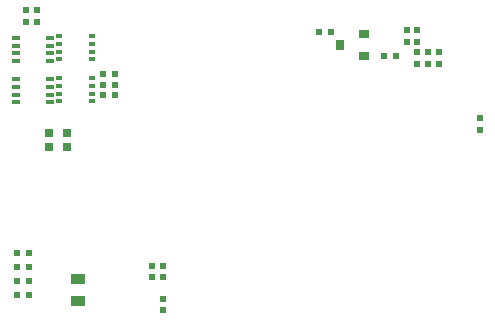
<source format=gbp>
G04*
G04 #@! TF.GenerationSoftware,Altium Limited,Altium Designer,20.0.7 (75)*
G04*
G04 Layer_Color=128*
%FSLAX44Y44*%
%MOMM*%
G71*
G01*
G75*
%ADD22R,0.8000X0.8000*%
%ADD23R,0.6000X0.5000*%
%ADD24R,0.5000X0.6000*%
%ADD25R,0.5000X0.5000*%
%ADD26R,0.5000X0.5000*%
%ADD27R,1.3000X0.9000*%
%ADD37O,0.6000X0.4000*%
%ADD38R,0.6000X0.4000*%
%ADD116R,0.6600X0.4200*%
%ADD117R,0.9000X0.8000*%
%ADD118R,0.8000X0.9000*%
D22*
X53500Y260000D02*
D03*
X38500D02*
D03*
X38500Y248000D02*
D03*
X53500D02*
D03*
D23*
X359000Y329000D02*
D03*
Y319000D02*
D03*
X350000Y329000D02*
D03*
Y319000D02*
D03*
X19000Y354000D02*
D03*
Y364000D02*
D03*
X28000Y364000D02*
D03*
Y354000D02*
D03*
X125000Y148000D02*
D03*
Y138000D02*
D03*
X341000Y337000D02*
D03*
Y347000D02*
D03*
X403000Y273000D02*
D03*
Y263000D02*
D03*
X135000Y110000D02*
D03*
Y120000D02*
D03*
D24*
X84000Y310000D02*
D03*
X94000D02*
D03*
X84000Y292000D02*
D03*
X94000D02*
D03*
X21000Y123000D02*
D03*
X11000D02*
D03*
Y135000D02*
D03*
X21000D02*
D03*
Y147000D02*
D03*
X11000D02*
D03*
Y159000D02*
D03*
X21000D02*
D03*
D25*
X94000Y301000D02*
D03*
X84000D02*
D03*
X332000Y325000D02*
D03*
X322000D02*
D03*
X277000Y346000D02*
D03*
X267000D02*
D03*
D26*
X368000Y319000D02*
D03*
Y329000D02*
D03*
X350000Y337000D02*
D03*
Y347000D02*
D03*
X135000Y148000D02*
D03*
Y138000D02*
D03*
D27*
X63000Y137000D02*
D03*
Y118000D02*
D03*
D37*
X75000Y335500D02*
D03*
Y329000D02*
D03*
Y322500D02*
D03*
X47000Y342000D02*
D03*
Y335500D02*
D03*
Y329000D02*
D03*
Y322500D02*
D03*
Y287000D02*
D03*
Y293500D02*
D03*
Y300000D02*
D03*
Y306500D02*
D03*
X75000Y287000D02*
D03*
Y293500D02*
D03*
Y300000D02*
D03*
D38*
Y342000D02*
D03*
Y306500D02*
D03*
D116*
X39400Y321250D02*
D03*
Y327750D02*
D03*
Y334250D02*
D03*
Y340750D02*
D03*
X10000Y321250D02*
D03*
Y327750D02*
D03*
Y334250D02*
D03*
Y340750D02*
D03*
Y305750D02*
D03*
Y299250D02*
D03*
Y292750D02*
D03*
Y286250D02*
D03*
X39400Y305750D02*
D03*
Y299250D02*
D03*
Y292750D02*
D03*
Y286250D02*
D03*
D117*
X305000Y344000D02*
D03*
Y325000D02*
D03*
D118*
X285000Y334500D02*
D03*
M02*

</source>
